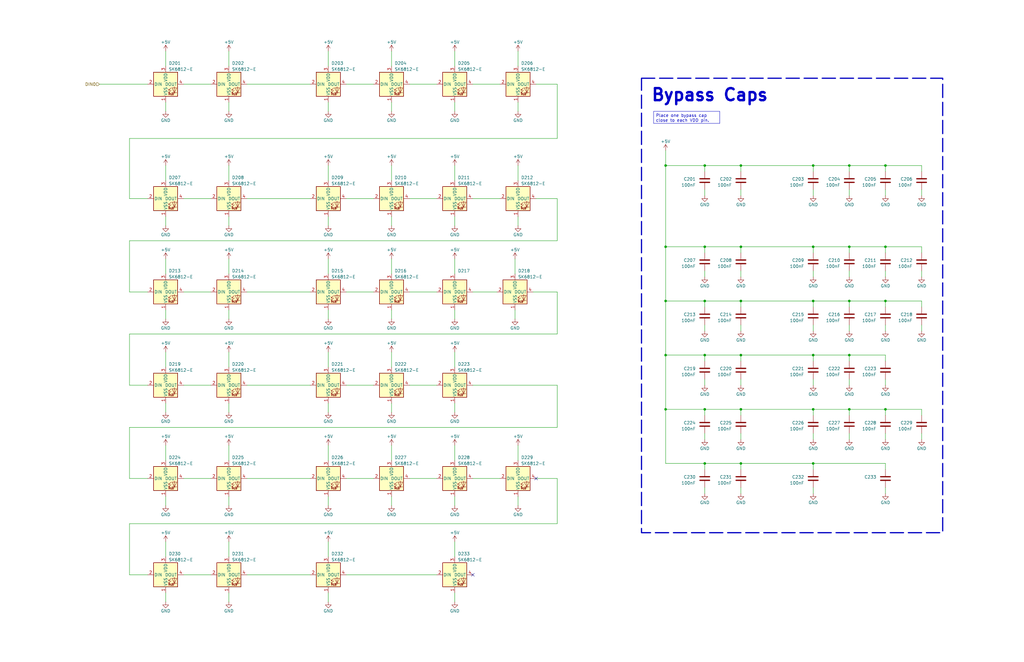
<source format=kicad_sch>
(kicad_sch (version 20230121) (generator eeschema)
  (paper "B")
  (title_block (title "Nifty Numpad") (date "2023-06-10") (rev "0") (comment 1 "Isaac Rex"))
  (junction (at 312.42 69.85))
  (junction (at 312.42 127))
  (junction (at 280.67 172.72))
  (junction (at 358.14 149.86))
  (junction (at 358.14 104.14))
  (junction (at 342.9 195.58))
  (junction (at 280.67 149.86))
  (junction (at 342.9 172.72))
  (junction (at 358.14 69.85))
  (junction (at 297.18 172.72))
  (junction (at 342.9 104.14))
  (junction (at 312.42 149.86))
  (junction (at 297.18 195.58))
  (junction (at 297.18 149.86))
  (junction (at 297.18 104.14))
  (junction (at 373.38 172.72))
  (junction (at 342.9 127))
  (junction (at 373.38 69.85))
  (junction (at 358.14 172.72))
  (junction (at 342.9 149.86))
  (junction (at 280.67 69.85))
  (junction (at 297.18 69.85))
  (junction (at 297.18 127))
  (junction (at 280.67 104.14))
  (junction (at 312.42 172.72))
  (junction (at 312.42 195.58))
  (junction (at 312.42 104.14))
  (junction (at 373.38 127))
  (junction (at 342.9 69.85))
  (junction (at 358.14 127))
  (junction (at 373.38 104.14))
  (junction (at 280.67 127))
  (no_connect (at 226.06 201.93))
  (no_connect (at 199.39 242.57))
  (wire (pts (xy 358.14 69.85) (xy 358.14 72.39)))
  (wire (pts (xy 373.38 127) (xy 358.14 127)))
  (wire (pts (xy 191.77 21.59) (xy 191.77 27.94)))
  (wire (pts (xy 77.47 201.93) (xy 88.9 201.93)))
  (wire (pts (xy 342.9 149.86) (xy 342.9 152.4)))
  (wire (pts (xy 77.47 123.19) (xy 88.9 123.19)))
  (wire (pts (xy 104.14 83.82) (xy 130.81 83.82)))
  (wire (pts (xy 312.42 129.54) (xy 312.42 127)))
  (wire (pts (xy 69.85 91.44) (xy 69.85 95.25)))
  (wire (pts (xy 138.43 187.96) (xy 138.43 194.31)))
  (wire (pts (xy 373.38 195.58) (xy 373.38 198.12)))
  (wire (pts (xy 96.52 21.59) (xy 96.52 27.94)))
  (wire (pts (xy 218.44 43.18) (xy 218.44 46.99)))
  (wire (pts (xy 312.42 114.3) (xy 312.42 116.84)))
  (wire (pts (xy 373.38 182.88) (xy 373.38 185.42)))
  (wire (pts (xy 172.72 35.56) (xy 184.15 35.56)))
  (wire (pts (xy 191.77 148.59) (xy 191.77 154.94)))
  (wire (pts (xy 312.42 152.4) (xy 312.42 149.86)))
  (wire (pts (xy 342.9 137.16) (xy 342.9 139.7)))
  (wire (pts (xy 358.14 172.72) (xy 342.9 172.72)))
  (wire (pts (xy 342.9 182.88) (xy 342.9 185.42)))
  (wire (pts (xy 96.52 250.19) (xy 96.52 254)))
  (wire (pts (xy 138.43 250.19) (xy 138.43 254)))
  (wire (pts (xy 218.44 209.55) (xy 218.44 213.36)))
  (wire (pts (xy 312.42 106.68) (xy 312.42 104.14)))
  (wire (pts (xy 373.38 205.74) (xy 373.38 208.28)))
  (wire (pts (xy 388.62 175.26) (xy 388.62 172.72)))
  (wire (pts (xy 342.9 80.01) (xy 342.9 82.55)))
  (wire (pts (xy 312.42 137.16) (xy 312.42 139.7)))
  (wire (pts (xy 388.62 114.3) (xy 388.62 116.84)))
  (wire (pts (xy 217.17 130.81) (xy 217.17 134.62)))
  (wire (pts (xy 191.77 43.18) (xy 191.77 46.99)))
  (wire (pts (xy 199.39 35.56) (xy 210.82 35.56)))
  (wire (pts (xy 217.17 109.22) (xy 217.17 115.57)))
  (wire (pts (xy 191.77 228.6) (xy 191.77 234.95)))
  (wire (pts (xy 69.85 69.85) (xy 69.85 76.2)))
  (wire (pts (xy 312.42 198.12) (xy 312.42 195.58)))
  (wire (pts (xy 218.44 91.44) (xy 218.44 95.25)))
  (wire (pts (xy 138.43 109.22) (xy 138.43 115.57)))
  (wire (pts (xy 69.85 228.6) (xy 69.85 234.95)))
  (wire (pts (xy 297.18 175.26) (xy 297.18 172.72)))
  (wire (pts (xy 138.43 148.59) (xy 138.43 154.94)))
  (wire (pts (xy 199.39 162.56) (xy 234.95 162.56)))
  (wire (pts (xy 191.77 69.85) (xy 191.77 76.2)))
  (wire (pts (xy 297.18 172.72) (xy 312.42 172.72)))
  (wire (pts (xy 138.43 43.18) (xy 138.43 46.99)))
  (wire (pts (xy 358.14 149.86) (xy 358.14 152.4)))
  (wire (pts (xy 297.18 160.02) (xy 297.18 162.56)))
  (wire (pts (xy 280.67 69.85) (xy 297.18 69.85)))
  (wire (pts (xy 312.42 205.74) (xy 312.42 208.28)))
  (wire (pts (xy 54.61 83.82) (xy 62.23 83.82)))
  (wire (pts (xy 218.44 69.85) (xy 218.44 76.2)))
  (wire (pts (xy 342.9 104.14) (xy 342.9 106.68)))
  (wire (pts (xy 234.95 101.6) (xy 54.61 101.6)))
  (wire (pts (xy 191.77 91.44) (xy 191.77 95.25)))
  (wire (pts (xy 104.14 201.93) (xy 130.81 201.93)))
  (wire (pts (xy 280.67 172.72) (xy 297.18 172.72)))
  (wire (pts (xy 342.9 205.74) (xy 342.9 208.28)))
  (wire (pts (xy 172.72 123.19) (xy 184.15 123.19)))
  (wire (pts (xy 234.95 58.42) (xy 54.61 58.42)))
  (wire (pts (xy 104.14 123.19) (xy 130.81 123.19)))
  (wire (pts (xy 373.38 69.85) (xy 358.14 69.85)))
  (wire (pts (xy 165.1 21.59) (xy 165.1 27.94)))
  (wire (pts (xy 69.85 209.55) (xy 69.85 213.36)))
  (wire (pts (xy 280.67 127) (xy 280.67 104.14)))
  (wire (pts (xy 234.95 162.56) (xy 234.95 180.34)))
  (wire (pts (xy 342.9 69.85) (xy 312.42 69.85)))
  (wire (pts (xy 297.18 72.39) (xy 297.18 69.85)))
  (wire (pts (xy 280.67 195.58) (xy 280.67 172.72)))
  (wire (pts (xy 96.52 130.81) (xy 96.52 134.62)))
  (wire (pts (xy 280.67 149.86) (xy 280.67 127)))
  (wire (pts (xy 373.38 80.01) (xy 373.38 82.55)))
  (wire (pts (xy 358.14 80.01) (xy 358.14 82.55)))
  (wire (pts (xy 373.38 114.3) (xy 373.38 116.84)))
  (wire (pts (xy 146.05 83.82) (xy 157.48 83.82)))
  (wire (pts (xy 165.1 148.59) (xy 165.1 154.94)))
  (wire (pts (xy 96.52 69.85) (xy 96.52 76.2)))
  (wire (pts (xy 388.62 172.72) (xy 373.38 172.72)))
  (wire (pts (xy 172.72 201.93) (xy 184.15 201.93)))
  (wire (pts (xy 342.9 172.72) (xy 312.42 172.72)))
  (wire (pts (xy 146.05 201.93) (xy 157.48 201.93)))
  (wire (pts (xy 226.06 83.82) (xy 234.95 83.82)))
  (wire (pts (xy 138.43 170.18) (xy 138.43 173.99)))
  (wire (pts (xy 297.18 127) (xy 312.42 127)))
  (wire (pts (xy 312.42 160.02) (xy 312.42 162.56)))
  (wire (pts (xy 54.61 58.42) (xy 54.61 83.82)))
  (wire (pts (xy 342.9 160.02) (xy 342.9 162.56)))
  (wire (pts (xy 146.05 35.56) (xy 157.48 35.56)))
  (wire (pts (xy 54.61 123.19) (xy 62.23 123.19)))
  (wire (pts (xy 342.9 69.85) (xy 342.9 72.39)))
  (wire (pts (xy 342.9 195.58) (xy 342.9 198.12)))
  (wire (pts (xy 138.43 69.85) (xy 138.43 76.2)))
  (wire (pts (xy 165.1 69.85) (xy 165.1 76.2)))
  (wire (pts (xy 358.14 104.14) (xy 358.14 106.68)))
  (wire (pts (xy 138.43 91.44) (xy 138.43 95.25)))
  (wire (pts (xy 373.38 149.86) (xy 358.14 149.86)))
  (wire (pts (xy 77.47 162.56) (xy 88.9 162.56)))
  (wire (pts (xy 191.77 187.96) (xy 191.77 194.31)))
  (wire (pts (xy 191.77 109.22) (xy 191.77 115.57)))
  (wire (pts (xy 297.18 137.16) (xy 297.18 139.7)))
  (wire (pts (xy 373.38 160.02) (xy 373.38 162.56)))
  (wire (pts (xy 280.67 104.14) (xy 297.18 104.14)))
  (wire (pts (xy 297.18 195.58) (xy 280.67 195.58)))
  (wire (pts (xy 69.85 130.81) (xy 69.85 134.62)))
  (wire (pts (xy 165.1 170.18) (xy 165.1 173.99)))
  (wire (pts (xy 312.42 72.39) (xy 312.42 69.85)))
  (wire (pts (xy 218.44 21.59) (xy 218.44 27.94)))
  (wire (pts (xy 199.39 123.19) (xy 209.55 123.19)))
  (wire (pts (xy 191.77 250.19) (xy 191.77 254)))
  (wire (pts (xy 234.95 180.34) (xy 54.61 180.34)))
  (wire (pts (xy 388.62 129.54) (xy 388.62 127)))
  (wire (pts (xy 172.72 83.82) (xy 184.15 83.82)))
  (wire (pts (xy 54.61 180.34) (xy 54.61 201.93)))
  (wire (pts (xy 69.85 170.18) (xy 69.85 173.99)))
  (wire (pts (xy 297.18 106.68) (xy 297.18 104.14)))
  (wire (pts (xy 191.77 209.55) (xy 191.77 213.36)))
  (wire (pts (xy 96.52 148.59) (xy 96.52 154.94)))
  (wire (pts (xy 388.62 72.39) (xy 388.62 69.85)))
  (wire (pts (xy 358.14 114.3) (xy 358.14 116.84)))
  (wire (pts (xy 297.18 69.85) (xy 312.42 69.85)))
  (wire (pts (xy 358.14 160.02) (xy 358.14 162.56)))
  (wire (pts (xy 218.44 187.96) (xy 218.44 194.31)))
  (wire (pts (xy 297.18 149.86) (xy 312.42 149.86)))
  (wire (pts (xy 77.47 242.57) (xy 88.9 242.57)))
  (wire (pts (xy 234.95 220.98) (xy 54.61 220.98)))
  (wire (pts (xy 138.43 21.59) (xy 138.43 27.94)))
  (wire (pts (xy 199.39 83.82) (xy 210.82 83.82)))
  (wire (pts (xy 104.14 242.57) (xy 130.81 242.57)))
  (wire (pts (xy 373.38 149.86) (xy 373.38 152.4)))
  (wire (pts (xy 54.61 101.6) (xy 54.61 123.19)))
  (wire (pts (xy 358.14 137.16) (xy 358.14 139.7)))
  (wire (pts (xy 165.1 91.44) (xy 165.1 95.25)))
  (wire (pts (xy 96.52 91.44) (xy 96.52 95.25)))
  (wire (pts (xy 96.52 228.6) (xy 96.52 234.95)))
  (wire (pts (xy 358.14 182.88) (xy 358.14 185.42)))
  (wire (pts (xy 96.52 187.96) (xy 96.52 194.31)))
  (wire (pts (xy 297.18 152.4) (xy 297.18 149.86)))
  (wire (pts (xy 54.61 220.98) (xy 54.61 242.57)))
  (wire (pts (xy 297.18 205.74) (xy 297.18 208.28)))
  (wire (pts (xy 312.42 80.01) (xy 312.42 82.55)))
  (wire (pts (xy 297.18 114.3) (xy 297.18 116.84)))
  (wire (pts (xy 104.14 35.56) (xy 130.81 35.56)))
  (wire (pts (xy 165.1 43.18) (xy 165.1 46.99)))
  (wire (pts (xy 234.95 83.82) (xy 234.95 101.6)))
  (wire (pts (xy 388.62 104.14) (xy 373.38 104.14)))
  (wire (pts (xy 297.18 80.01) (xy 297.18 82.55)))
  (wire (pts (xy 373.38 104.14) (xy 373.38 106.68)))
  (wire (pts (xy 165.1 187.96) (xy 165.1 194.31)))
  (wire (pts (xy 280.67 63.5) (xy 280.67 69.85)))
  (wire (pts (xy 234.95 35.56) (xy 234.95 58.42)))
  (wire (pts (xy 77.47 83.82) (xy 88.9 83.82)))
  (wire (pts (xy 96.52 43.18) (xy 96.52 46.99)))
  (wire (pts (xy 312.42 175.26) (xy 312.42 172.72)))
  (wire (pts (xy 342.9 172.72) (xy 342.9 175.26)))
  (wire (pts (xy 226.06 35.56) (xy 234.95 35.56)))
  (wire (pts (xy 165.1 109.22) (xy 165.1 115.57)))
  (wire (pts (xy 191.77 170.18) (xy 191.77 173.99)))
  (wire (pts (xy 191.77 130.81) (xy 191.77 134.62)))
  (wire (pts (xy 146.05 242.57) (xy 184.15 242.57)))
  (wire (pts (xy 172.72 162.56) (xy 184.15 162.56)))
  (wire (pts (xy 54.61 201.93) (xy 62.23 201.93)))
  (wire (pts (xy 146.05 123.19) (xy 157.48 123.19)))
  (wire (pts (xy 342.9 127) (xy 312.42 127)))
  (wire (pts (xy 69.85 148.59) (xy 69.85 154.94)))
  (wire (pts (xy 146.05 162.56) (xy 157.48 162.56)))
  (wire (pts (xy 280.67 172.72) (xy 280.67 149.86)))
  (wire (pts (xy 373.38 172.72) (xy 358.14 172.72)))
  (wire (pts (xy 342.9 195.58) (xy 373.38 195.58)))
  (wire (pts (xy 342.9 149.86) (xy 312.42 149.86)))
  (wire (pts (xy 104.14 162.56) (xy 130.81 162.56)))
  (wire (pts (xy 280.67 104.14) (xy 280.67 69.85)))
  (wire (pts (xy 41.91 35.56) (xy 62.23 35.56)))
  (wire (pts (xy 388.62 106.68) (xy 388.62 104.14)))
  (wire (pts (xy 297.18 104.14) (xy 312.42 104.14)))
  (wire (pts (xy 358.14 172.72) (xy 358.14 175.26)))
  (wire (pts (xy 342.9 195.58) (xy 312.42 195.58)))
  (wire (pts (xy 77.47 35.56) (xy 88.9 35.56)))
  (wire (pts (xy 297.18 182.88) (xy 297.18 185.42)))
  (wire (pts (xy 358.14 127) (xy 342.9 127)))
  (wire (pts (xy 373.38 127) (xy 373.38 129.54)))
  (wire (pts (xy 234.95 123.19) (xy 234.95 140.97)))
  (wire (pts (xy 312.42 182.88) (xy 312.42 185.42)))
  (wire (pts (xy 280.67 149.86) (xy 297.18 149.86)))
  (wire (pts (xy 96.52 170.18) (xy 96.52 173.99)))
  (wire (pts (xy 224.79 123.19) (xy 234.95 123.19)))
  (wire (pts (xy 358.14 149.86) (xy 342.9 149.86)))
  (wire (pts (xy 96.52 209.55) (xy 96.52 213.36)))
  (wire (pts (xy 69.85 250.19) (xy 69.85 254)))
  (wire (pts (xy 54.61 242.57) (xy 62.23 242.57)))
  (wire (pts (xy 69.85 187.96) (xy 69.85 194.31)))
  (wire (pts (xy 388.62 127) (xy 373.38 127)))
  (wire (pts (xy 280.67 127) (xy 297.18 127)))
  (wire (pts (xy 373.38 104.14) (xy 358.14 104.14)))
  (wire (pts (xy 199.39 201.93) (xy 210.82 201.93)))
  (wire (pts (xy 234.95 201.93) (xy 234.95 220.98)))
  (wire (pts (xy 138.43 130.81) (xy 138.43 134.62)))
  (wire (pts (xy 373.38 69.85) (xy 373.38 72.39)))
  (wire (pts (xy 54.61 140.97) (xy 54.61 162.56)))
  (wire (pts (xy 297.18 129.54) (xy 297.18 127)))
  (wire (pts (xy 342.9 104.14) (xy 312.42 104.14)))
  (wire (pts (xy 234.95 140.97) (xy 54.61 140.97)))
  (wire (pts (xy 388.62 80.01) (xy 388.62 82.55)))
  (wire (pts (xy 358.14 69.85) (xy 342.9 69.85)))
  (wire (pts (xy 165.1 209.55) (xy 165.1 213.36)))
  (wire (pts (xy 342.9 114.3) (xy 342.9 116.84)))
  (wire (pts (xy 96.52 109.22) (xy 96.52 115.57)))
  (wire (pts (xy 358.14 104.14) (xy 342.9 104.14)))
  (wire (pts (xy 138.43 209.55) (xy 138.43 213.36)))
  (wire (pts (xy 165.1 130.81) (xy 165.1 134.62)))
  (wire (pts (xy 373.38 137.16) (xy 373.38 139.7)))
  (wire (pts (xy 388.62 69.85) (xy 373.38 69.85)))
  (wire (pts (xy 69.85 21.59) (xy 69.85 27.94)))
  (wire (pts (xy 138.43 228.6) (xy 138.43 234.95)))
  (wire (pts (xy 297.18 198.12) (xy 297.18 195.58)))
  (wire (pts (xy 358.14 127) (xy 358.14 129.54)))
  (wire (pts (xy 388.62 182.88) (xy 388.62 185.42)))
  (wire (pts (xy 69.85 43.18) (xy 69.85 46.99)))
  (wire (pts (xy 54.61 162.56) (xy 62.23 162.56)))
  (wire (pts (xy 226.06 201.93) (xy 234.95 201.93)))
  (wire (pts (xy 69.85 109.22) (xy 69.85 115.57)))
  (wire (pts (xy 373.38 172.72) (xy 373.38 175.26)))
  (wire (pts (xy 342.9 127) (xy 342.9 129.54)))
  (wire (pts (xy 388.62 137.16) (xy 388.62 139.7)))
  (wire (pts (xy 297.18 195.58) (xy 312.42 195.58)))
  (rectangle (start 270.51 33.02) (end 397.51 224.79) (stroke (width 0.508) (type dash)))
  (text_box "Place one bypass cap close to each VDD pin." (at 275.59 46.99 0) (size 27.94 5.08) (effects (font (size 1.27 1.27)) (justify left top)))
  (text "Bypass Caps" (at 274.32 43.18 0) (effects (font (size 5.08 5.08) (thickness 1.016) bold) (justify left bottom)))
  (hierarchical_label "DIN0" (shape input) (at 41.91 35.56 180))
  (symbol (lib_id "power:+5V") (at 69.85 187.96 0) (unit 1)
    (property "Reference" "#PWR0277" (effects hide))
    (property "Value" "+5V" (at 69.85 184.15 0))
  )
  (symbol (lib_id "power:GND") (at 165.1 95.25 0) (unit 1)
    (property "Reference" "#PWR0229" (effects hide))
    (property "Value" "GND" (at 165.1 99.06 0))
  )
  (symbol (lib_id "Device:C") (at 373.38 201.93 0) (unit 1)
    (property "Reference" "C233" (at 369.57 201.295 0) (effects (justify right)))
    (property "Value" "100nF" (effects hide))
    (property "Footprint" "Capacitor_SMD:C_0603_1608Metric" (effects hide))
    (property "DigiKey PN" "1276-1006-1-ND" (effects hide))
  )
  (symbol (lib_id "power:GND") (at 191.77 254 0) (unit 1)
    (property "Reference" "#PWR0300" (effects hide))
    (property "Value" "GND" (at 191.77 257.81 0))
  )
  (symbol (lib_id "LED:SK6812") (at 218.44 201.93 0) (unit 1)
    (property "Reference" "D229" (at 219.71 193.04 0) (effects (justify left)))
    (property "Value" "SK6812-E" (at 219.71 195.58 0) (effects (justify left)))
    (property "Footprint" "irex_LED_SMD:LED_SK6812-E_3.2x2.8mm" (effects hide))
    (property "Datasheet" "https://cdn-shop.adafruit.com/product-files/4960/4960_SK6812MINI-E_REV02_EN.pdf" (effects hide))
    (property "DigiKey PN" "1528-4960-ND" (effects hide))
  )
  (symbol (lib_id "power:GND") (at 388.62 116.84 0) (unit 1)
    (property "Reference" "#PWR0243" (effects hide))
    (property "Value" "GND" (at 388.62 120.65 0))
  )
  (symbol (lib_id "power:+5V") (at 191.77 228.6 0) (unit 1)
    (property "Reference" "#PWR0296" (effects hide))
    (property "Value" "+5V" (at 191.77 224.79 0))
  )
  (symbol (lib_id "power:GND") (at 138.43 134.62 0) (unit 1)
    (property "Reference" "#PWR0246" (effects hide))
    (property "Value" "GND" (at 138.43 138.43 0))
  )
  (symbol (lib_id "power:+5V") (at 96.52 187.96 0) (unit 1)
    (property "Reference" "#PWR0278" (effects hide))
    (property "Value" "+5V" (at 96.52 184.15 0))
  )
  (symbol (lib_id "Device:C") (at 342.9 201.93 0) (unit 1)
    (property "Reference" "C232" (at 339.09 201.295 0) (effects (justify right)))
    (property "Value" "100nF" (at 339.09 203.835 0) (effects (justify right)))
    (property "Footprint" "Capacitor_SMD:C_0603_1608Metric" (effects hide))
    (property "DigiKey PN" "1276-1006-1-ND" (effects hide))
  )
  (symbol (lib_id "power:+5V") (at 165.1 69.85 0) (unit 1)
    (property "Reference" "#PWR0217" (effects hide))
    (property "Value" "+5V" (at 165.1 66.04 0))
  )
  (symbol (lib_id "power:GND") (at 312.42 208.28 0) (unit 1)
    (property "Reference" "#PWR0284" (effects hide))
    (property "Value" "GND" (at 312.42 212.09 0))
  )
  (symbol (lib_id "power:GND") (at 96.52 46.99 0) (unit 1)
    (property "Reference" "#PWR0208" (effects hide))
    (property "Value" "GND" (at 96.52 50.8 0))
  )
  (symbol (lib_id "power:+5V") (at 69.85 148.59 0) (unit 1)
    (property "Reference" "#PWR0256" (effects hide))
    (property "Value" "+5V" (at 69.85 144.78 0))
  )
  (symbol (lib_id "power:+5V") (at 96.52 109.22 0) (unit 1)
    (property "Reference" "#PWR0233" (effects hide))
    (property "Value" "+5V" (at 96.52 105.41 0))
  )
  (symbol (lib_id "power:+5V") (at 69.85 21.59 0) (unit 1)
    (property "Reference" "#PWR0201" (effects hide))
    (property "Value" "+5V" (at 69.85 17.78 0))
  )
  (symbol (lib_id "Device:C") (at 358.14 156.21 0) (unit 1)
    (property "Reference" "C222" (at 354.33 155.575 0) (effects (justify right)))
    (property "Value" "100nF" (at 354.33 158.115 0) (effects (justify right)))
    (property "Footprint" "Capacitor_SMD:C_0603_1608Metric" (effects hide))
    (property "DigiKey PN" "1276-1006-1-ND" (effects hide))
  )
  (symbol (lib_id "Device:C") (at 373.38 179.07 0) (unit 1)
    (property "Reference" "C228" (at 369.57 178.435 0) (effects (justify right)))
    (property "Value" "100nF" (at 369.57 180.975 0) (effects (justify right)))
    (property "Footprint" "Capacitor_SMD:C_0603_1608Metric" (effects hide))
    (property "DigiKey PN" "1276-1006-1-ND" (effects hide))
  )
  (symbol (lib_id "power:GND") (at 297.18 82.55 0) (unit 1)
    (property "Reference" "#PWR0220" (effects hide))
    (property "Value" "GND" (at 297.18 86.36 0))
  )
  (symbol (lib_id "Device:C") (at 342.9 76.2 0) (unit 1)
    (property "Reference" "C203" (at 339.09 75.565 0) (effects (justify right)))
    (property "Value" "100nF" (at 339.09 78.105 0) (effects (justify right)))
    (property "Footprint" "Capacitor_SMD:C_0603_1608Metric" (effects hide))
    (property "DigiKey PN" "1276-1006-1-ND" (effects hide))
  )
  (symbol (lib_id "LED:SK6812") (at 165.1 201.93 0) (unit 1)
    (property "Reference" "D227" (at 166.37 193.04 0) (effects (justify left)))
    (property "Value" "SK6812-E" (at 166.37 195.58 0) (effects (justify left)))
    (property "Footprint" "irex_LED_SMD:LED_SK6812-E_3.2x2.8mm" (effects hide))
    (property "Datasheet" "https://cdn-shop.adafruit.com/product-files/4960/4960_SK6812MINI-E_REV02_EN.pdf" (effects hide))
    (property "DigiKey PN" "1528-4960-ND" (effects hide))
  )
  (symbol (lib_id "LED:SK6812") (at 138.43 123.19 0) (unit 1)
    (property "Reference" "D215" (at 139.7 114.3 0) (effects (justify left)))
    (property "Value" "SK6812-E" (at 139.7 116.84 0) (effects (justify left)))
    (property "Footprint" "irex_LED_SMD:LED_SK6812-E_3.2x2.8mm" (effects hide))
    (property "Datasheet" "https://cdn-shop.adafruit.com/product-files/4960/4960_SK6812MINI-E_REV02_EN.pdf" (effects hide))
    (property "DigiKey PN" "1528-4960-ND" (effects hide))
  )
  (symbol (lib_id "power:GND") (at 373.38 185.42 0) (unit 1)
    (property "Reference" "#PWR0275" (effects hide))
    (property "Value" "GND" (at 373.38 189.23 0))
  )
  (symbol (lib_id "power:+5V") (at 218.44 187.96 0) (unit 1)
    (property "Reference" "#PWR0282" (effects hide))
    (property "Value" "+5V" (at 218.44 184.15 0))
  )
  (symbol (lib_id "power:GND") (at 312.42 116.84 0) (unit 1)
    (property "Reference" "#PWR0239" (effects hide))
    (property "Value" "GND" (at 312.42 120.65 0))
  )
  (symbol (lib_id "LED:SK6812") (at 165.1 83.82 0) (unit 1)
    (property "Reference" "D210" (at 166.37 74.93 0) (effects (justify left)))
    (property "Value" "SK6812-E" (at 166.37 77.47 0) (effects (justify left)))
    (property "Footprint" "irex_LED_SMD:LED_SK6812-E_3.2x2.8mm" (effects hide))
    (property "Datasheet" "https://cdn-shop.adafruit.com/product-files/4960/4960_SK6812MINI-E_REV02_EN.pdf" (effects hide))
    (property "DigiKey PN" "1528-4960-ND" (effects hide))
  )
  (symbol (lib_id "power:+5V") (at 191.77 21.59 0) (unit 1)
    (property "Reference" "#PWR0205" (effects hide))
    (property "Value" "+5V" (at 191.77 17.78 0))
  )
  (symbol (lib_id "power:GND") (at 138.43 95.25 0) (unit 1)
    (property "Reference" "#PWR0228" (effects hide))
    (property "Value" "GND" (at 138.43 99.06 0))
  )
  (symbol (lib_id "LED:SK6812") (at 69.85 35.56 0) (unit 1)
    (property "Reference" "D201" (at 71.12 26.67 0) (effects (justify left)))
    (property "Value" "SK6812-E" (at 71.12 29.21 0) (effects (justify left)))
    (property "Footprint" "irex_LED_SMD:LED_SK6812-E_3.2x2.8mm" (effects hide))
    (property "Datasheet" "https://cdn-shop.adafruit.com/product-files/4960/4960_SK6812MINI-E_REV02_EN.pdf" (effects hide))
    (property "DigiKey PN" "1528-4960-ND" (effects hide))
  )
  (symbol (lib_id "power:GND") (at 69.85 213.36 0) (unit 1)
    (property "Reference" "#PWR0287" (effects hide))
    (property "Value" "GND" (at 69.85 217.17 0))
  )
  (symbol (lib_id "power:GND") (at 388.62 185.42 0) (unit 1)
    (property "Reference" "#PWR0276" (effects hide))
    (property "Value" "GND" (at 388.62 189.23 0))
  )
  (symbol (lib_id "LED:SK6812") (at 96.52 35.56 0) (unit 1)
    (property "Reference" "D202" (at 97.79 26.67 0) (effects (justify left)))
    (property "Value" "SK6812-E" (at 97.79 29.21 0) (effects (justify left)))
    (property "Footprint" "irex_LED_SMD:LED_SK6812-E_3.2x2.8mm" (effects hide))
    (property "Datasheet" "https://cdn-shop.adafruit.com/product-files/4960/4960_SK6812MINI-E_REV02_EN.pdf" (effects hide))
    (property "DigiKey PN" "1528-4960-ND" (effects hide))
  )
  (symbol (lib_id "power:+5V") (at 217.17 109.22 0) (unit 1)
    (property "Reference" "#PWR0237" (effects hide))
    (property "Value" "+5V" (at 217.17 105.41 0))
  )
  (symbol (lib_id "LED:SK6812") (at 218.44 83.82 0) (unit 1)
    (property "Reference" "D212" (at 219.71 74.93 0) (effects (justify left)))
    (property "Value" "SK6812-E" (at 219.71 77.47 0) (effects (justify left)))
    (property "Footprint" "irex_LED_SMD:LED_SK6812-E_3.2x2.8mm" (effects hide))
    (property "Datasheet" "https://cdn-shop.adafruit.com/product-files/4960/4960_SK6812MINI-E_REV02_EN.pdf" (effects hide))
    (property "DigiKey PN" "1528-4960-ND" (effects hide))
  )
  (symbol (lib_id "LED:SK6812") (at 165.1 35.56 0) (unit 1)
    (property "Reference" "D204" (at 166.37 26.67 0) (effects (justify left)))
    (property "Value" "SK6812-E" (at 166.37 29.21 0) (effects (justify left)))
    (property "Footprint" "irex_LED_SMD:LED_SK6812-E_3.2x2.8mm" (effects hide))
    (property "Datasheet" "https://cdn-shop.adafruit.com/product-files/4960/4960_SK6812MINI-E_REV02_EN.pdf" (effects hide))
    (property "DigiKey PN" "1528-4960-ND" (effects hide))
  )
  (symbol (lib_id "LED:SK6812") (at 218.44 35.56 0) (unit 1)
    (property "Reference" "D206" (at 219.71 26.67 0) (effects (justify left)))
    (property "Value" "SK6812-E" (at 219.71 29.21 0) (effects (justify left)))
    (property "Footprint" "irex_LED_SMD:LED_SK6812-E_3.2x2.8mm" (effects hide))
    (property "Datasheet" "https://cdn-shop.adafruit.com/product-files/4960/4960_SK6812MINI-E_REV02_EN.pdf" (effects hide))
    (property "DigiKey PN" "1528-4960-ND" (effects hide))
  )
  (symbol (lib_id "power:+5V") (at 191.77 109.22 0) (unit 1)
    (property "Reference" "#PWR0236" (effects hide))
    (property "Value" "+5V" (at 191.77 105.41 0))
  )
  (symbol (lib_id "LED:SK6812") (at 138.43 162.56 0) (unit 1)
    (property "Reference" "D221" (at 139.7 153.67 0) (effects (justify left)))
    (property "Value" "SK6812-E" (at 139.7 156.21 0) (effects (justify left)))
    (property "Footprint" "irex_LED_SMD:LED_SK6812-E_3.2x2.8mm" (effects hide))
    (property "Datasheet" "https://cdn-shop.adafruit.com/product-files/4960/4960_SK6812MINI-E_REV02_EN.pdf" (effects hide))
    (property "DigiKey PN" "1528-4960-ND" (effects hide))
  )
  (symbol (lib_id "LED:SK6812") (at 69.85 162.56 0) (unit 1)
    (property "Reference" "D219" (at 71.12 153.67 0) (effects (justify left)))
    (property "Value" "SK6812-E" (at 71.12 156.21 0) (effects (justify left)))
    (property "Footprint" "irex_LED_SMD:LED_SK6812-E_3.2x2.8mm" (effects hide))
    (property "Datasheet" "https://cdn-shop.adafruit.com/product-files/4960/4960_SK6812MINI-E_REV02_EN.pdf" (effects hide))
    (property "DigiKey PN" "1528-4960-ND" (effects hide))
  )
  (symbol (lib_id "power:+5V") (at 96.52 21.59 0) (unit 1)
    (property "Reference" "#PWR0202" (effects hide))
    (property "Value" "+5V" (at 96.52 17.78 0))
  )
  (symbol (lib_id "power:GND") (at 165.1 173.99 0) (unit 1)
    (property "Reference" "#PWR0269" (effects hide))
    (property "Value" "GND" (at 165.1 177.8 0))
  )
  (symbol (lib_id "power:+5V") (at 69.85 228.6 0) (unit 1)
    (property "Reference" "#PWR0293" (effects hide))
    (property "Value" "+5V" (at 69.85 224.79 0))
  )
  (symbol (lib_id "LED:SK6812") (at 165.1 123.19 0) (unit 1)
    (property "Reference" "D216" (at 166.37 114.3 0) (effects (justify left)))
    (property "Value" "SK6812-E" (at 166.37 116.84 0) (effects (justify left)))
    (property "Footprint" "irex_LED_SMD:LED_SK6812-E_3.2x2.8mm" (effects hide))
    (property "Datasheet" "https://cdn-shop.adafruit.com/product-files/4960/4960_SK6812MINI-E_REV02_EN.pdf" (effects hide))
    (property "DigiKey PN" "1528-4960-ND" (effects hide))
  )
  (symbol (lib_id "power:GND") (at 165.1 213.36 0) (unit 1)
    (property "Reference" "#PWR0290" (effects hide))
    (property "Value" "GND" (at 165.1 217.17 0))
  )
  (symbol (lib_id "power:+5V") (at 165.1 187.96 0) (unit 1)
    (property "Reference" "#PWR0280" (effects hide))
    (property "Value" "+5V" (at 165.1 184.15 0))
  )
  (symbol (lib_id "power:+5V") (at 69.85 109.22 0) (unit 1)
    (property "Reference" "#PWR0232" (effects hide))
    (property "Value" "+5V" (at 69.85 105.41 0))
  )
  (symbol (lib_id "power:GND") (at 138.43 254 0) (unit 1)
    (property "Reference" "#PWR0299" (effects hide))
    (property "Value" "GND" (at 138.43 257.81 0))
  )
  (symbol (lib_id "LED:SK6812") (at 96.52 83.82 0) (unit 1)
    (property "Reference" "D208" (at 97.79 74.93 0) (effects (justify left)))
    (property "Value" "SK6812-E" (at 97.79 77.47 0) (effects (justify left)))
    (property "Footprint" "irex_LED_SMD:LED_SK6812-E_3.2x2.8mm" (effects hide))
    (property "Datasheet" "https://cdn-shop.adafruit.com/product-files/4960/4960_SK6812MINI-E_REV02_EN.pdf" (effects hide))
    (property "DigiKey PN" "1528-4960-ND" (effects hide))
  )
  (symbol (lib_id "power:+5V") (at 96.52 228.6 0) (unit 1)
    (property "Reference" "#PWR0294" (effects hide))
    (property "Value" "+5V" (at 96.52 224.79 0))
  )
  (symbol (lib_id "power:+5V") (at 138.43 228.6 0) (unit 1)
    (property "Reference" "#PWR0295" (effects hide))
    (property "Value" "+5V" (at 138.43 224.79 0))
  )
  (symbol (lib_id "Device:C") (at 312.42 133.35 0) (unit 1)
    (property "Reference" "C214" (at 308.61 132.715 0) (effects (justify right)))
    (property "Value" "100nF" (at 308.61 135.255 0) (effects (justify right)))
    (property "Footprint" "Capacitor_SMD:C_0603_1608Metric" (effects hide))
    (property "DigiKey PN" "1276-1006-1-ND" (effects hide))
  )
  (symbol (lib_id "Device:C") (at 312.42 156.21 0) (unit 1)
    (property "Reference" "C220" (at 308.61 155.575 0) (effects (justify right)))
    (property "Value" "100nF" (at 308.61 158.115 0) (effects (justify right)))
    (property "Footprint" "Capacitor_SMD:C_0603_1608Metric" (effects hide))
    (property "DigiKey PN" "1276-1006-1-ND" (effects hide))
  )
  (symbol (lib_id "power:GND") (at 373.38 139.7 0) (unit 1)
    (property "Reference" "#PWR0254" (effects hide))
    (property "Value" "GND" (at 373.38 143.51 0))
  )
  (symbol (lib_id "power:GND") (at 218.44 46.99 0) (unit 1)
    (property "Reference" "#PWR0212" (effects hide))
    (property "Value" "GND" (at 218.44 50.8 0))
  )
  (symbol (lib_id "Device:C") (at 297.18 201.93 0) (unit 1)
    (property "Reference" "C230" (at 293.37 201.295 0) (effects (justify right)))
    (property "Value" "100nF" (at 293.37 203.835 0) (effects (justify right)))
    (property "Footprint" "Capacitor_SMD:C_0603_1608Metric" (effects hide))
    (property "DigiKey PN" "1276-1006-1-ND" (effects hide))
  )
  (symbol (lib_id "power:+5V") (at 138.43 187.96 0) (unit 1)
    (property "Reference" "#PWR0279" (effects hide))
    (property "Value" "+5V" (at 138.43 184.15 0))
  )
  (symbol (lib_id "Device:C") (at 297.18 156.21 0) (unit 1)
    (property "Reference" "C219" (at 293.37 155.575 0) (effects (justify right)))
    (property "Value" "100nF" (at 293.37 158.115 0) (effects (justify right)))
    (property "Footprint" "Capacitor_SMD:C_0603_1608Metric" (effects hide))
    (property "DigiKey PN" "1276-1006-1-ND" (effects hide))
  )
  (symbol (lib_id "power:GND") (at 312.42 162.56 0) (unit 1)
    (property "Reference" "#PWR0262" (effects hide))
    (property "Value" "GND" (at 312.42 166.37 0))
  )
  (symbol (lib_id "LED:SK6812") (at 96.52 201.93 0) (unit 1)
    (property "Reference" "D225" (at 97.79 193.04 0) (effects (justify left)))
    (property "Value" "SK6812-E" (at 97.79 195.58 0) (effects (justify left)))
    (property "Footprint" "irex_LED_SMD:LED_SK6812-E_3.2x2.8mm" (effects hide))
    (property "Datasheet" "https://cdn-shop.adafruit.com/product-files/4960/4960_SK6812MINI-E_REV02_EN.pdf" (effects hide))
    (property "DigiKey PN" "1528-4960-ND" (effects hide))
  )
  (symbol (lib_id "LED:SK6812") (at 96.52 162.56 0) (unit 1)
    (property "Reference" "D220" (at 97.79 153.67 0) (effects (justify left)))
    (property "Value" "SK6812-E" (at 97.79 156.21 0) (effects (justify left)))
    (property "Footprint" "irex_LED_SMD:LED_SK6812-E_3.2x2.8mm" (effects hide))
    (property "Datasheet" "https://cdn-shop.adafruit.com/product-files/4960/4960_SK6812MINI-E_REV02_EN.pdf" (effects hide))
    (property "DigiKey PN" "1528-4960-ND" (effects hide))
  )
  (symbol (lib_id "LED:SK6812") (at 138.43 83.82 0) (unit 1)
    (property "Reference" "D209" (at 139.7 74.93 0) (effects (justify left)))
    (property "Value" "SK6812-E" (at 139.7 77.47 0) (effects (justify left)))
    (property "Footprint" "irex_LED_SMD:LED_SK6812-E_3.2x2.8mm" (effects hide))
    (property "Datasheet" "https://cdn-shop.adafruit.com/product-files/4960/4960_SK6812MINI-E_REV02_EN.pdf" (effects hide))
    (property "DigiKey PN" "1528-4960-ND" (effects hide))
  )
  (symbol (lib_id "power:GND") (at 96.52 134.62 0) (unit 1)
    (property "Reference" "#PWR0245" (effects hide))
    (property "Value" "GND" (at 96.52 138.43 0))
  )
  (symbol (lib_id "LED:SK6812") (at 191.77 201.93 0) (unit 1)
    (property "Reference" "D228" (at 193.04 193.04 0) (effects (justify left)))
    (property "Value" "SK6812-E" (at 193.04 195.58 0) (effects (justify left)))
    (property "Footprint" "irex_LED_SMD:LED_SK6812-E_3.2x2.8mm" (effects hide))
    (property "Datasheet" "https://cdn-shop.adafruit.com/product-files/4960/4960_SK6812MINI-E_REV02_EN.pdf" (effects hide))
    (property "DigiKey PN" "1528-4960-ND" (effects hide))
  )
  (symbol (lib_id "power:+5V") (at 218.44 21.59 0) (unit 1)
    (property "Reference" "#PWR0206" (effects hide))
    (property "Value" "+5V" (at 218.44 17.78 0))
  )
  (symbol (lib_id "power:GND") (at 96.52 95.25 0) (unit 1)
    (property "Reference" "#PWR0227" (effects hide))
    (property "Value" "GND" (at 96.52 99.06 0))
  )
  (symbol (lib_id "power:+5V") (at 165.1 21.59 0) (unit 1)
    (property "Reference" "#PWR0204" (effects hide))
    (property "Value" "+5V" (at 165.1 17.78 0))
  )
  (symbol (lib_id "Device:C") (at 358.14 179.07 0) (unit 1)
    (property "Reference" "C227" (at 354.33 178.435 0) (effects (justify right)))
    (property "Value" "100nF" (at 354.33 180.975 0) (effects (justify right)))
    (property "Footprint" "Capacitor_SMD:C_0603_1608Metric" (effects hide))
    (property "DigiKey PN" "1276-1006-1-ND" (effects hide))
  )
  (symbol (lib_id "power:GND") (at 217.17 134.62 0) (unit 1)
    (property "Reference" "#PWR0249" (effects hide))
    (property "Value" "GND" (at 217.17 138.43 0))
  )
  (symbol (lib_id "Device:C") (at 388.62 76.2 0) (unit 1)
    (property "Reference" "C206" (at 384.81 75.565 0) (effects (justify right)))
    (property "Value" "100nF" (at 384.81 78.105 0) (effects (justify right)))
    (property "Footprint" "Capacitor_SMD:C_0603_1608Metric" (effects hide))
    (property "DigiKey PN" "1276-1006-1-ND" (effects hide))
  )
  (symbol (lib_id "power:+5V") (at 138.43 21.59 0) (unit 1)
    (property "Reference" "#PWR0203" (effects hide))
    (property "Value" "+5V" (at 138.43 17.78 0))
  )
  (symbol (lib_id "Device:C") (at 373.38 110.49 0) (unit 1)
    (property "Reference" "C211" (at 369.57 109.855 0) (effects (justify right)))
    (property "Value" "100nF" (at 369.57 112.395 0) (effects (justify right)))
    (property "Footprint" "Capacitor_SMD:C_0603_1608Metric" (effects hide))
    (property "DigiKey PN" "1276-1006-1-ND" (effects hide))
  )
  (symbol (lib_id "power:GND") (at 373.38 162.56 0) (unit 1)
    (property "Reference" "#PWR0265" (effects hide))
    (property "Value" "GND" (at 373.38 166.37 0))
  )
  (symbol (lib_id "power:GND") (at 69.85 254 0) (unit 1)
    (property "Reference" "#PWR0297" (effects hide))
    (property "Value" "GND" (at 69.85 257.81 0))
  )
  (symbol (lib_id "power:GND") (at 312.42 82.55 0) (unit 1)
    (property "Reference" "#PWR0221" (effects hide))
    (property "Value" "GND" (at 312.42 86.36 0))
  )
  (symbol (lib_id "power:+5V") (at 165.1 148.59 0) (unit 1)
    (property "Reference" "#PWR0259" (effects hide))
    (property "Value" "+5V" (at 165.1 144.78 0))
  )
  (symbol (lib_id "power:GND") (at 191.77 134.62 0) (unit 1)
    (property "Reference" "#PWR0248" (effects hide))
    (property "Value" "GND" (at 191.77 138.43 0))
  )
  (symbol (lib_id "LED:SK6812") (at 191.77 242.57 0) (unit 1)
    (property "Reference" "D233" (at 193.04 233.68 0) (effects (justify left)))
    (property "Value" "SK6812-E" (at 193.04 236.22 0) (effects (justify left)))
    (property "Footprint" "irex_LED_SMD:LED_SK6812-E_3.2x2.8mm" (effects hide))
    (property "Datasheet" "https://cdn-shop.adafruit.com/product-files/4960/4960_SK6812MINI-E_REV02_EN.pdf" (effects hide))
    (property "DigiKey PN" "1528-4960-ND" (effects hide))
  )
  (symbol (lib_id "Device:C") (at 373.38 133.35 0) (unit 1)
    (property "Reference" "C217" (at 369.57 132.715 0) (effects (justify right)))
    (property "Value" "100nF" (at 369.57 135.255 0) (effects (justify right)))
    (property "Footprint" "Capacitor_SMD:C_0603_1608Metric" (effects hide))
    (property "DigiKey PN" "1276-1006-1-ND" (effects hide))
  )
  (symbol (lib_id "Device:C") (at 342.9 133.35 0) (unit 1)
    (property "Reference" "C215" (at 339.09 132.715 0) (effects (justify right)))
    (property "Value" "100nF" (at 339.09 135.255 0) (effects (justify right)))
    (property "Footprint" "Capacitor_SMD:C_0603_1608Metric" (effects hide))
    (property "DigiKey PN" "1276-1006-1-ND" (effects hide))
  )
  (symbol (lib_id "LED:SK6812") (at 191.77 83.82 0) (unit 1)
    (property "Reference" "D211" (at 193.04 74.93 0) (effects (justify left)))
    (property "Value" "SK6812-E" (at 193.04 77.47 0) (effects (justify left)))
    (property "Footprint" "irex_LED_SMD:LED_SK6812-E_3.2x2.8mm" (effects hide))
    (property "Datasheet" "https://cdn-shop.adafruit.com/product-files/4960/4960_SK6812MINI-E_REV02_EN.pdf" (effects hide))
    (property "DigiKey PN" "1528-4960-ND" (effects hide))
  )
  (symbol (lib_id "power:GND") (at 297.18 185.42 0) (unit 1)
    (property "Reference" "#PWR0271" (effects hide))
    (property "Value" "GND" (at 297.18 189.23 0))
  )
  (symbol (lib_id "LED:SK6812") (at 138.43 35.56 0) (unit 1)
    (property "Reference" "D203" (at 139.7 26.67 0) (effects (justify left)))
    (property "Value" "SK6812-E" (at 139.7 29.21 0) (effects (justify left)))
    (property "Footprint" "irex_LED_SMD:LED_SK6812-E_3.2x2.8mm" (effects hide))
    (property "Datasheet" "https://cdn-shop.adafruit.com/product-files/4960/4960_SK6812MINI-E_REV02_EN.pdf" (effects hide))
    (property "DigiKey PN" "1528-4960-ND" (effects hide))
  )
  (symbol (lib_id "power:GND") (at 358.14 116.84 0) (unit 1)
    (property "Reference" "#PWR0241" (effects hide))
    (property "Value" "GND" (at 358.14 120.65 0))
  )
  (symbol (lib_id "power:GND") (at 138.43 173.99 0) (unit 1)
    (property "Reference" "#PWR0268" (effects hide))
    (property "Value" "GND" (at 138.43 177.8 0))
  )
  (symbol (lib_id "power:+5V") (at 191.77 69.85 0) (unit 1)
    (property "Reference" "#PWR0218" (effects hide))
    (property "Value" "+5V" (at 191.77 66.04 0))
  )
  (symbol (lib_id "LED:SK6812") (at 69.85 201.93 0) (unit 1)
    (property "Reference" "D224" (at 71.12 193.04 0) (effects (justify left)))
    (property "Value" "SK6812-E" (at 71.12 195.58 0) (effects (justify left)))
    (property "Footprint" "irex_LED_SMD:LED_SK6812-E_3.2x2.8mm" (effects hide))
    (property "Datasheet" "https://cdn-shop.adafruit.com/product-files/4960/4960_SK6812MINI-E_REV02_EN.pdf" (effects hide))
    (property "DigiKey PN" "1528-4960-ND" (effects hide))
  )
  (symbol (lib_id "power:+5V") (at 96.52 148.59 0) (unit 1)
    (property "Reference" "#PWR0257" (effects hide))
    (property "Value" "+5V" (at 96.52 144.78 0))
  )
  (symbol (lib_id "Device:C") (at 388.62 179.07 0) (unit 1)
    (property "Reference" "C229" (at 384.81 178.435 0) (effects (justify right)))
    (property "Value" "100nF" (at 384.81 180.975 0) (effects (justify right)))
    (property "Footprint" "Capacitor_SMD:C_0603_1608Metric" (effects hide))
    (property "DigiKey PN" "1276-1006-1-ND" (effects hide))
  )
  (symbol (lib_id "Device:C") (at 342.9 110.49 0) (unit 1)
    (property "Reference" "C209" (at 339.09 109.855 0) (effects (justify right)))
    (property "Value" "100nF" (at 339.09 112.395 0) (effects (justify right)))
    (property "Footprint" "Capacitor_SMD:C_0603_1608Metric" (effects hide))
    (property "DigiKey PN" "1276-1006-1-ND" (effects hide))
  )
  (symbol (lib_id "power:+5V") (at 191.77 187.96 0) (unit 1)
    (property "Reference" "#PWR0281" (effects hide))
    (property "Value" "+5V" (at 191.77 184.15 0))
  )
  (symbol (lib_id "power:GND") (at 342.9 139.7 0) (unit 1)
    (property "Reference" "#PWR0252" (effects hide))
    (property "Value" "GND" (at 342.9 143.51 0))
  )
  (symbol (lib_id "LED:SK6812") (at 191.77 35.56 0) (unit 1)
    (property "Reference" "D205" (at 193.04 26.67 0) (effects (justify left)))
    (property "Value" "SK6812-E" (at 193.04 29.21 0) (effects (justify left)))
    (property "Footprint" "irex_LED_SMD:LED_SK6812-E_3.2x2.8mm" (effects hide))
    (property "Datasheet" "https://cdn-shop.adafruit.com/product-files/4960/4960_SK6812MINI-E_REV02_EN.pdf" (effects hide))
    (property "DigiKey PN" "1528-4960-ND" (effects hide))
  )
  (symbol (lib_id "LED:SK6812") (at 191.77 162.56 0) (unit 1)
    (property "Reference" "D223" (at 193.04 153.67 0) (effects (justify left)))
    (property "Value" "SK6812-E" (at 193.04 156.21 0) (effects (justify left)))
    (property "Footprint" "irex_LED_SMD:LED_SK6812-E_3.2x2.8mm" (effects hide))
    (property "Datasheet" "https://cdn-shop.adafruit.com/product-files/4960/4960_SK6812MINI-E_REV02_EN.pdf" (effects hide))
    (property "DigiKey PN" "1528-4960-ND" (effects hide))
  )
  (symbol (lib_id "power:+5V") (at 218.44 69.85 0) (unit 1)
    (property "Reference" "#PWR0219" (effects hide))
    (property "Value" "+5V" (at 218.44 66.04 0))
  )
  (symbol (lib_id "Device:C") (at 297.18 110.49 0) (unit 1)
    (property "Reference" "C207" (at 293.37 109.855 0) (effects (justify right)))
    (property "Value" "100nF" (at 293.37 112.395 0) (effects (justify right)))
    (property "Footprint" "Capacitor_SMD:C_0603_1608Metric" (effects hide))
    (property "DigiKey PN" "1276-1006-1-ND" (effects hide))
  )
  (symbol (lib_id "Device:C") (at 373.38 76.2 0) (unit 1)
    (property "Reference" "C205" (at 369.57 75.565 0) (effects (justify right)))
    (property "Value" "100nF" (at 369.57 78.105 0) (effects (justify right)))
    (property "Footprint" "Capacitor_SMD:C_0603_1608Metric" (effects hide))
    (property "DigiKey PN" "1276-1006-1-ND" (effects hide))
  )
  (symbol (lib_id "power:GND") (at 69.85 173.99 0) (unit 1)
    (property "Reference" "#PWR0266" (effects hide))
    (property "Value" "GND" (at 69.85 177.8 0))
  )
  (symbol (lib_id "power:GND") (at 373.38 208.28 0) (unit 1)
    (property "Reference" "#PWR0286" (effects hide))
    (property "Value" "GND" (at 373.38 212.09 0))
  )
  (symbol (lib_id "power:GND") (at 358.14 162.56 0) (unit 1)
    (property "Reference" "#PWR0264" (effects hide))
    (property "Value" "GND" (at 358.14 166.37 0))
  )
  (symbol (lib_id "Device:C") (at 297.18 179.07 0) (unit 1)
    (property "Reference" "C224" (at 293.37 178.435 0) (effects (justify right)))
    (property "Value" "100nF" (at 293.37 180.975 0) (effects (justify right)))
    (property "Footprint" "Capacitor_SMD:C_0603_1608Metric" (effects hide))
    (property "DigiKey PN" "1276-1006-1-ND" (effects hide))
  )
  (symbol (lib_id "power:GND") (at 312.42 185.42 0) (unit 1)
    (property "Reference" "#PWR0272" (effects hide))
    (property "Value" "GND" (at 312.42 189.23 0))
  )
  (symbol (lib_id "power:GND") (at 373.38 82.55 0) (unit 1)
    (property "Reference" "#PWR0224" (effects hide))
    (property "Value" "GND" (at 373.38 86.36 0))
  )
  (symbol (lib_id "LED:SK6812") (at 69.85 123.19 0) (unit 1)
    (property "Reference" "D213" (at 71.12 114.3 0) (effects (justify left)))
    (property "Value" "SK6812-E" (at 71.12 116.84 0) (effects (justify left)))
    (property "Footprint" "irex_LED_SMD:LED_SK6812-E_3.2x2.8mm" (effects hide))
    (property "Datasheet" "https://cdn-shop.adafruit.com/product-files/4960/4960_SK6812MINI-E_REV02_EN.pdf" (effects hide))
    (property "DigiKey PN" "1528-4960-ND" (effects hide))
  )
  (symbol (lib_id "power:GND") (at 165.1 46.99 0) (unit 1)
    (property "Reference" "#PWR0210" (effects hide))
    (property "Value" "GND" (at 165.1 50.8 0))
  )
  (symbol (lib_id "power:GND") (at 96.52 213.36 0) (unit 1)
    (property "Reference" "#PWR0288" (effects hide))
    (property "Value" "GND" (at 96.52 217.17 0))
  )
  (symbol (lib_id "power:GND") (at 297.18 162.56 0) (unit 1)
    (property "Reference" "#PWR0261" (effects hide))
    (property "Value" "GND" (at 297.18 166.37 0))
  )
  (symbol (lib_id "LED:SK6812") (at 138.43 201.93 0) (unit 1)
    (property "Reference" "D226" (at 139.7 193.04 0) (effects (justify left)))
    (property "Value" "SK6812-E" (at 139.7 195.58 0) (effects (justify left)))
    (property "Footprint" "irex_LED_SMD:LED_SK6812-E_3.2x2.8mm" (effects hide))
    (property "Datasheet" "https://cdn-shop.adafruit.com/product-files/4960/4960_SK6812MINI-E_REV02_EN.pdf" (effects hide))
    (property "DigiKey PN" "1528-4960-ND" (effects hide))
  )
  (symbol (lib_id "power:GND") (at 373.38 116.84 0) (unit 1)
    (property "Reference" "#PWR0242" (effects hide))
    (property "Value" "GND" (at 373.38 120.65 0))
  )
  (symbol (lib_id "Device:C") (at 342.9 179.07 0) (unit 1)
    (property "Reference" "C226" (at 339.09 178.435 0) (effects (justify right)))
    (property "Value" "100nF" (at 339.09 180.975 0) (effects (justify right)))
    (property "Footprint" "Capacitor_SMD:C_0603_1608Metric" (effects hide))
    (property "DigiKey PN" "1276-1006-1-ND" (effects hide))
  )
  (symbol (lib_id "Device:C") (at 358.14 133.35 0) (unit 1)
    (property "Reference" "C216" (at 354.33 132.715 0) (effects (justify right)))
    (property "Value" "100nF" (at 354.33 135.255 0) (effects (justify right)))
    (property "Footprint" "Capacitor_SMD:C_0603_1608Metric" (effects hide))
    (property "DigiKey PN" "1276-1006-1-ND" (effects hide))
  )
  (symbol (lib_id "power:GND") (at 165.1 134.62 0) (unit 1)
    (property "Reference" "#PWR0247" (effects hide))
    (property "Value" "GND" (at 165.1 138.43 0))
  )
  (symbol (lib_id "power:+5V") (at 96.52 69.85 0) (unit 1)
    (property "Reference" "#PWR0215" (effects hide))
    (property "Value" "+5V" (at 96.52 66.04 0))
  )
  (symbol (lib_id "power:+5V") (at 165.1 109.22 0) (unit 1)
    (property "Reference" "#PWR0235" (effects hide))
    (property "Value" "+5V" (at 165.1 105.41 0))
  )
  (symbol (lib_id "power:GND") (at 358.14 139.7 0) (unit 1)
    (property "Reference" "#PWR0253" (effects hide))
    (property "Value" "GND" (at 358.14 143.51 0))
  )
  (symbol (lib_id "LED:SK6812") (at 69.85 83.82 0) (unit 1)
    (property "Reference" "D207" (at 71.12 74.93 0) (effects (justify left)))
    (property "Value" "SK6812-E" (at 71.12 77.47 0) (effects (justify left)))
    (property "Footprint" "irex_LED_SMD:LED_SK6812-E_3.2x2.8mm" (effects hide))
    (property "Datasheet" "https://cdn-shop.adafruit.com/product-files/4960/4960_SK6812MINI-E_REV02_EN.pdf" (effects hide))
    (property "DigiKey PN" "1528-4960-ND" (effects hide))
  )
  (symbol (lib_id "power:GND") (at 191.77 213.36 0) (unit 1)
    (property "Reference" "#PWR0291" (effects hide))
    (property "Value" "GND" (at 191.77 217.17 0))
  )
  (symbol (lib_id "power:+5V") (at 138.43 69.85 0) (unit 1)
    (property "Reference" "#PWR0216" (effects hide))
    (property "Value" "+5V" (at 138.43 66.04 0))
  )
  (symbol (lib_id "Device:C") (at 388.62 110.49 0) (unit 1)
    (property "Reference" "C212" (at 384.81 109.855 0) (effects (justify right)))
    (property "Value" "100nF" (at 384.81 112.395 0) (effects (justify right)))
    (property "Footprint" "Capacitor_SMD:C_0603_1608Metric" (effects hide))
    (property "DigiKey PN" "1276-1006-1-ND" (effects hide))
  )
  (symbol (lib_id "Device:C") (at 297.18 133.35 0) (unit 1)
    (property "Reference" "C213" (at 293.37 132.715 0) (effects (justify right)))
    (property "Value" "100nF" (at 293.37 135.255 0) (effects (justify right)))
    (property "Footprint" "Capacitor_SMD:C_0603_1608Metric" (effects hide))
    (property "DigiKey PN" "1276-1006-1-ND" (effects hide))
  )
  (symbol (lib_id "power:GND") (at 138.43 46.99 0) (unit 1)
    (property "Reference" "#PWR0209" (effects hide))
    (property "Value" "GND" (at 138.43 50.8 0))
  )
  (symbol (lib_id "power:GND") (at 342.9 162.56 0) (unit 1)
    (property "Reference" "#PWR0263" (effects hide))
    (property "Value" "GND" (at 342.9 166.37 0))
  )
  (symbol (lib_id "power:GND") (at 342.9 82.55 0) (unit 1)
    (property "Reference" "#PWR0222" (effects hide))
    (property "Value" "GND" (at 342.9 86.36 0))
  )
  (symbol (lib_id "power:+5V") (at 69.85 69.85 0) (unit 1)
    (property "Reference" "#PWR0214" (effects hide))
    (property "Value" "+5V" (at 69.85 66.04 0))
  )
  (symbol (lib_id "Device:C") (at 312.42 76.2 0) (unit 1)
    (property "Reference" "C202" (at 308.61 75.565 0) (effects (justify right)))
    (property "Value" "100nF" (at 308.61 78.105 0) (effects (justify right)))
    (property "Footprint" "Capacitor_SMD:C_0603_1608Metric" (effects hide))
    (property "DigiKey PN" "1276-1006-1-ND" (effects hide))
  )
  (symbol (lib_id "power:GND") (at 69.85 134.62 0) (unit 1)
    (property "Reference" "#PWR0244" (effects hide))
    (property "Value" "GND" (at 69.85 138.43 0))
  )
  (symbol (lib_id "LED:SK6812") (at 165.1 162.56 0) (unit 1)
    (property "Reference" "D222" (at 166.37 153.67 0) (effects (justify left)))
    (property "Value" "SK6812-E" (at 166.37 156.21 0) (effects (justify left)))
    (property "Footprint" "irex_LED_SMD:LED_SK6812-E_3.2x2.8mm" (effects hide))
    (property "Datasheet" "https://cdn-shop.adafruit.com/product-files/4960/4960_SK6812MINI-E_REV02_EN.pdf" (effects hide))
    (property "DigiKey PN" "1528-4960-ND" (effects hide))
  )
  (symbol (lib_id "power:GND") (at 69.85 95.25 0) (unit 1)
    (property "Reference" "#PWR0226" (effects hide))
    (property "Value" "GND" (at 69.85 99.06 0))
  )
  (symbol (lib_id "LED:SK6812") (at 96.52 123.19 0) (unit 1)
    (property "Reference" "D214" (at 97.79 114.3 0) (effects (justify left)))
    (property "Value" "SK6812-E" (at 97.79 116.84 0) (effects (justify left)))
    (property "Footprint" "irex_LED_SMD:LED_SK6812-E_3.2x2.8mm" (effects hide))
    (property "Datasheet" "https://cdn-shop.adafruit.com/product-files/4960/4960_SK6812MINI-E_REV02_EN.pdf" (effects hide))
    (property "DigiKey PN" "1528-4960-ND" (effects hide))
  )
  (symbol (lib_id "power:GND") (at 69.85 46.99 0) (unit 1)
    (property "Reference" "#PWR0207" (effects hide))
    (property "Value" "GND" (at 69.85 50.8 0))
  )
  (symbol (lib_id "power:+5V") (at 280.67 63.5 0) (unit 1)
    (property "Reference" "#PWR0213" (effects hide))
    (property "Value" "+5V" (at 280.67 59.69 0))
  )
  (symbol (lib_id "power:+5V") (at 138.43 109.22 0) (unit 1)
    (property "Reference" "#PWR0234" (effects hide))
    (property "Value" "+5V" (at 138.43 105.41 0))
  )
  (symbol (lib_id "LED:SK6812") (at 217.17 123.19 0) (unit 1)
    (property "Reference" "D218" (at 218.44 114.3 0) (effects (justify left)))
    (property "Value" "SK6812-E" (at 218.44 116.84 0) (effects (justify left)))
    (property "Footprint" "irex_LED_SMD:LED_SK6812-E_3.2x2.8mm" (effects hide))
    (property "Datasheet" "https://cdn-shop.adafruit.com/product-files/4960/4960_SK6812MINI-E_REV02_EN.pdf" (effects hide))
    (property "DigiKey PN" "1528-4960-ND" (effects hide))
  )
  (symbol (lib_id "Device:C") (at 312.42 201.93 0) (unit 1)
    (property "Reference" "C231" (at 308.61 201.295 0) (effects (justify right)))
    (property "Value" "100nF" (at 308.61 203.835 0) (effects (justify right)))
    (property "Footprint" "Capacitor_SMD:C_0603_1608Metric" (effects hide))
    (property "DigiKey PN" "1276-1006-1-ND" (effects hide))
  )
  (symbol (lib_id "power:GND") (at 358.14 185.42 0) (unit 1)
    (property "Reference" "#PWR0274" (effects hide))
    (property "Value" "GND" (at 358.14 189.23 0))
  )
  (symbol (lib_id "power:GND") (at 297.18 139.7 0) (unit 1)
    (property "Reference" "#PWR0250" (effects hide))
    (property "Value" "GND" (at 297.18 143.51 0))
  )
  (symbol (lib_id "Device:C") (at 297.18 76.2 0) (unit 1)
    (property "Reference" "C201" (at 293.37 75.565 0) (effects (justify right)))
    (property "Value" "100nF" (at 293.37 78.105 0) (effects (justify right)))
    (property "Footprint" "Capacitor_SMD:C_0603_1608Metric" (effects hide))
    (property "DigiKey PN" "1276-1006-1-ND" (effects hide))
  )
  (symbol (lib_id "LED:SK6812") (at 69.85 242.57 0) (unit 1)
    (property "Reference" "D230" (at 71.12 233.68 0) (effects (justify left)))
    (property "Value" "SK6812-E" (at 71.12 236.22 0) (effects (justify left)))
    (property "Footprint" "irex_LED_SMD:LED_SK6812-E_3.2x2.8mm" (effects hide))
    (property "Datasheet" "https://cdn-shop.adafruit.com/product-files/4960/4960_SK6812MINI-E_REV02_EN.pdf" (effects hide))
    (property "DigiKey PN" "1528-4960-ND" (effects hide))
  )
  (symbol (lib_id "power:GND") (at 388.62 139.7 0) (unit 1)
    (property "Reference" "#PWR0255" (effects hide))
    (property "Value" "GND" (at 388.62 143.51 0))
  )
  (symbol (lib_id "power:GND") (at 358.14 82.55 0) (unit 1)
    (property "Reference" "#PWR0223" (effects hide))
    (property "Value" "GND" (at 358.14 86.36 0))
  )
  (symbol (lib_id "LED:SK6812") (at 138.43 242.57 0) (unit 1)
    (property "Reference" "D232" (at 139.7 233.68 0) (effects (justify left)))
    (property "Value" "SK6812-E" (at 139.7 236.22 0) (effects (justify left)))
    (property "Footprint" "irex_LED_SMD:LED_SK6812-E_3.2x2.8mm" (effects hide))
    (property "Datasheet" "https://cdn-shop.adafruit.com/product-files/4960/4960_SK6812MINI-E_REV02_EN.pdf" (effects hide))
    (property "DigiKey PN" "1528-4960-ND" (effects hide))
  )
  (symbol (lib_id "power:+5V") (at 191.77 148.59 0) (unit 1)
    (property "Reference" "#PWR0260" (effects hide))
    (property "Value" "+5V" (at 191.77 144.78 0))
  )
  (symbol (lib_id "power:GND") (at 96.52 173.99 0) (unit 1)
    (property "Reference" "#PWR0267" (effects hide))
    (property "Value" "GND" (at 96.52 177.8 0))
  )
  (symbol (lib_id "power:GND") (at 218.44 95.25 0) (unit 1)
    (property "Reference" "#PWR0231" (effects hide))
    (property "Value" "GND" (at 218.44 99.06 0))
  )
  (symbol (lib_id "LED:SK6812") (at 191.77 123.19 0) (unit 1)
    (property "Reference" "D217" (at 193.04 114.3 0) (effects (justify left)))
    (property "Value" "SK6812-E" (effects hide))
    (property "Footprint" "irex_LED_SMD:LED_SK6812-E_3.2x2.8mm" (effects hide))
    (property "Datasheet" "https://cdn-shop.adafruit.com/product-files/4960/4960_SK6812MINI-E_REV02_EN.pdf" (effects hide))
    (property "DigiKey PN" "1528-4960-ND" (effects hide))
  )
  (symbol (lib_id "Device:C") (at 358.14 76.2 0) (unit 1)
    (property "Reference" "C204" (at 354.33 75.565 0) (effects (justify right)))
    (property "Value" "100nF" (at 354.33 78.105 0) (effects (justify right)))
    (property "Footprint" "Capacitor_SMD:C_0603_1608Metric" (effects hide))
    (property "DigiKey PN" "1276-1006-1-ND" (effects hide))
  )
  (symbol (lib_id "power:+5V") (at 138.43 148.59 0) (unit 1)
    (property "Reference" "#PWR0258" (effects hide))
    (property "Value" "+5V" (at 138.43 144.78 0))
  )
  (symbol (lib_id "power:GND") (at 297.18 208.28 0) (unit 1)
    (property "Reference" "#PWR0283" (effects hide))
    (property "Value" "GND" (at 297.18 212.09 0))
  )
  (symbol (lib_id "Device:C") (at 312.42 110.49 0) (unit 1)
    (property "Reference" "C208" (at 308.61 109.855 0) (effects (justify right)))
    (property "Value" "100nF" (at 308.61 112.395 0) (effects (justify right)))
    (property "Footprint" "Capacitor_SMD:C_0603_1608Metric" (effects hide))
    (property "DigiKey PN" "1276-1006-1-ND" (effects hide))
  )
  (symbol (lib_id "power:GND") (at 342.9 208.28 0) (unit 1)
    (property "Reference" "#PWR0285" (effects hide))
    (property "Value" "GND" (at 342.9 212.09 0))
  )
  (symbol (lib_id "power:GND") (at 191.77 46.99 0) (unit 1)
    (property "Reference" "#PWR0211" (effects hide))
    (property "Value" "GND" (at 191.77 50.8 0))
  )
  (symbol (lib_id "power:GND") (at 191.77 173.99 0) (unit 1)
    (property "Reference" "#PWR0270" (effects hide))
    (property "Value" "GND" (at 191.77 177.8 0))
  )
  (symbol (lib_id "Device:C") (at 388.62 133.35 0) (unit 1)
    (property "Reference" "C218" (at 384.81 132.715 0) (effects (justify right)))
    (property "Value" "100nF" (at 384.81 135.255 0) (effects (justify right)))
    (property "Footprint" "Capacitor_SMD:C_0603_1608Metric" (effects hide))
    (property "DigiKey PN" "1276-1006-1-ND" (effects hide))
  )
  (symbol (lib_id "Device:C") (at 358.14 110.49 0) (unit 1)
    (property "Reference" "C210" (at 354.33 109.855 0) (effects (justify right)))
    (property "Value" "100nF" (at 354.33 112.395 0) (effects (justify right)))
    (property "Footprint" "Capacitor_SMD:C_0603_1608Metric" (effects hide))
    (property "DigiKey PN" "1276-1006-1-ND" (effects hide))
  )
  (symbol (lib_id "power:GND") (at 312.42 139.7 0) (unit 1)
    (property "Reference" "#PWR0251" (effects hide))
    (property "Value" "GND" (at 312.42 143.51 0))
  )
  (symbol (lib_id "power:GND") (at 96.52 254 0) (unit 1)
    (property "Reference" "#PWR0298" (effects hide))
    (property "Value" "GND" (at 96.52 257.81 0))
  )
  (symbol (lib_id "power:GND") (at 218.44 213.36 0) (unit 1)
    (property "Reference" "#PWR0292" (effects hide))
    (property "Value" "GND" (at 218.44 217.17 0))
  )
  (symbol (lib_id "Device:C") (at 342.9 156.21 0) (unit 1)
    (property "Reference" "C221" (at 339.09 155.575 0) (effects (justify right)))
    (property "Value" "100nF" (at 339.09 158.115 0) (effects (justify right)))
    (property "Footprint" "Capacitor_SMD:C_0603_1608Metric" (effects hide))
    (property "DigiKey PN" "1276-1006-1-ND" (effects hide))
  )
  (symbol (lib_id "power:GND") (at 191.77 95.25 0) (unit 1)
    (property "Reference" "#PWR0230" (effects hide))
    (property "Value" "GND" (at 191.77 99.06 0))
  )
  (symbol (lib_id "Device:C") (at 373.38 156.21 0) (unit 1)
    (property "Reference" "C223" (at 369.57 155.575 0) (effects (justify right)))
    (property "Value" "100nF" (at 369.57 158.115 0) (effects (justify right)))
    (property "Footprint" "Capacitor_SMD:C_0603_1608Metric" (effects hide))
    (property "DigiKey PN" "1276-1006-1-ND" (effects hide))
  )
  (symbol (lib_id "power:GND") (at 342.9 116.84 0) (unit 1)
    (property "Reference" "#PWR0240" (effects hide))
    (property "Value" "GND" (at 342.9 120.65 0))
  )
  (symbol (lib_id "power:GND") (at 297.18 116.84 0) (unit 1)
    (property "Reference" "#PWR0238" (effects hide))
    (property "Value" "GND" (at 297.18 120.65 0))
  )
  (symbol (lib_id "power:GND") (at 388.62 82.55 0) (unit 1)
    (property "Reference" "#PWR0225" (effects hide))
    (property "Value" "GND" (at 388.62 86.36 0))
  )
  (symbol (lib_id "power:GND") (at 138.43 213.36 0) (unit 1)
    (property "Reference" "#PWR0289" (effects hide))
    (property "Value" "GND" (at 138.43 217.17 0))
  )
  (symbol (lib_id "LED:SK6812") (at 96.52 242.57 0) (unit 1)
    (property "Reference" "D231" (at 97.79 233.68 0) (effects (justify left)))
    (property "Value" "SK6812-E" (at 97.79 236.22 0) (effects (justify left)))
    (property "Footprint" "irex_LED_SMD:LED_SK6812-E_3.2x2.8mm" (effects hide))
    (property "Datasheet" "https://cdn-shop.adafruit.com/product-files/4960/4960_SK6812MINI-E_REV02_EN.pdf" (effects hide))
    (property "DigiKey PN" "1528-4960-ND" (effects hide))
  )
  (symbol (lib_id "Device:C") (at 312.42 179.07 0) (unit 1)
    (property "Reference" "C225" (at 308.61 178.435 0) (effects (justify right)))
    (property "Value" "100nF" (at 308.61 180.975 0) (effects (justify right)))
    (property "Footprint" "Capacitor_SMD:C_0603_1608Metric" (effects hide))
    (property "DigiKey PN" "1276-1006-1-ND" (effects hide))
  )
  (symbol (lib_id "power:GND") (at 342.9 185.42 0) (unit 1)
    (property "Reference" "#PWR0273" (effects hide))
    (property "Value" "GND" (at 342.9 189.23 0))
  )
)
</source>
